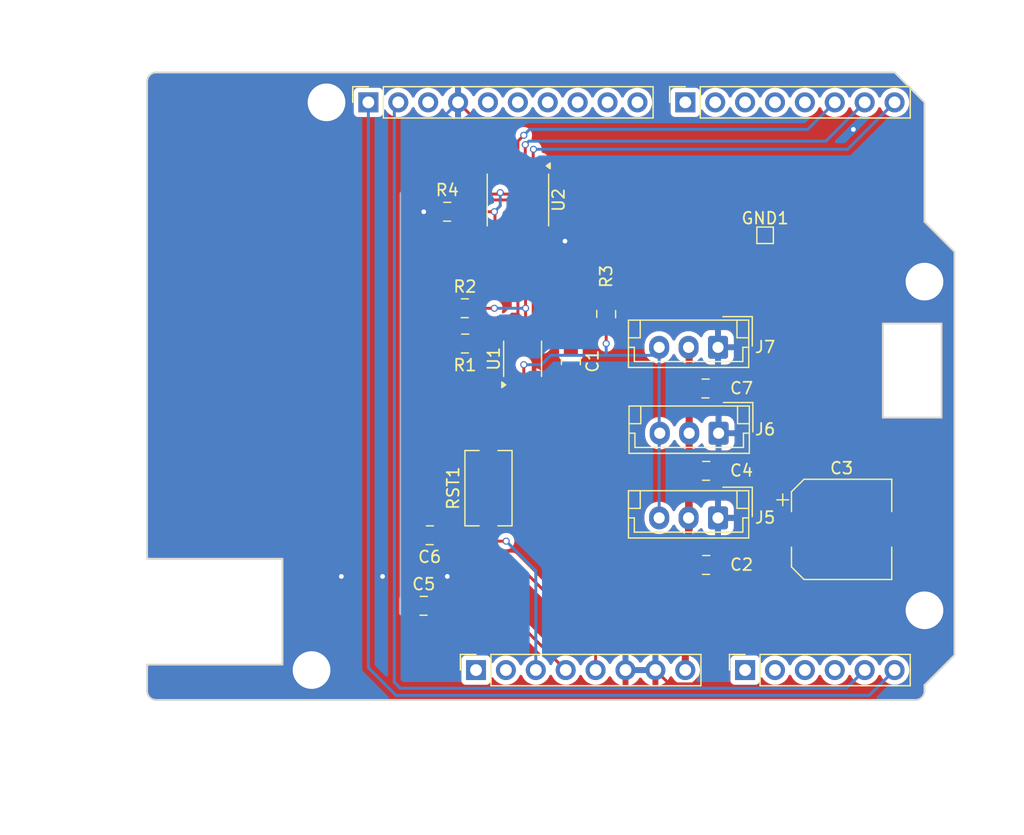
<source format=kicad_pcb>
(kicad_pcb (version 20240108) (generator "pcbnew") (generator_version "8.0")
  (title_block (date "mar. 31 mars 2015"))
  (layers (0 "F.Cu" signal) (31 "B.Cu" signal) (34 "B.Paste" user) (35 "F.Paste" user) (36 "B.SilkS" user "B.Silkscreen") (37 "F.SilkS" user "F.Silkscreen") (38 "B.Mask" user) (39 "F.Mask" user) (44 "Edge.Cuts" user))
  (net 0 "")
  (net 1 "GND")
  (net 3 "5v")
  (net 4 "/IOREF")
  (net 5 "/A0")
  (net 6 "/A1")
  (net 7 "/A2")
  (net 8 "/A3")
  (net 9 "/SDA{slash}A4")
  (net 10 "/SCL{slash}A5")
  (net 11 "/13")
  (net 12 "/12")
  (net 13 "/AREF")
  (net 14 "/8")
  (net 15 "/7")
  (net 16 "/*11")
  (net 17 "/*10")
  (net 18 "/*9")
  (net 19 "/4")
  (net 20 "DXL_PWR")
  (net 21 "/*6")
  (net 22 "/*5")
  (net 23 "TX_Enable_5v")
  (net 24 "/*3")
  (net 25 "TX5v")
  (net 26 "3.3v")
  (net 27 "RX5v")
  (net 28 "TXEnable3.3v")
  (net 29 "TX3.3v")
  (net 30 "RX3.3v")
  (net 32 "Net-(J5-Pin_3)")
  (net 33 "RST")
  (footprint "Connector_PinSocket_2.54mm:PinSocket_1x08_P2.54mm_Vertical" (layer "F.Cu") (at 127.94 97.46 90)
    (property "Reference" "J1" (hide yes))
    (property "Value" "Power")
    (fp_line (start 1.33 -1.33) (end 1.33 0) (stroke (width 0.12)) (layer "F.SilkS"))
    (fp_line (start 0 -1.33) (end 1.33 -1.33) (stroke (width 0.12)) (layer "F.SilkS"))
    (fp_line (start 1.33 1.27) (end 1.33 19.11) (stroke (width 0.12)) (layer "F.SilkS"))
    (fp_line (start -1.33 1.27) (end 1.33 1.27) (stroke (width 0.12)) (layer "F.SilkS"))
    (fp_line (start -1.33 1.27) (end -1.33 19.11) (stroke (width 0.12)) (layer "F.SilkS"))
    (fp_line (start -1.33 19.11) (end 1.33 19.11) (stroke (width 0.12)) (layer "F.SilkS"))
    (pad "1" thru_hole rect (at 0 0 90) (size 1.7 1.7) (drill 1) (layers "*.Cu" "*.Mask"))
    (pad "2" thru_hole oval (at 0 2.54 90) (size 1.7 1.7) (drill 1) (layers "*.Cu" "*.Mask") (net 4 "/IOREF"))
    (pad "3" thru_hole oval (at 0 5.08 90) (size 1.7 1.7) (drill 1) (layers "*.Cu" "*.Mask") (net 33 "RST"))
    (pad "4" thru_hole oval (at 0 7.62 90) (size 1.7 1.7) (drill 1) (layers "*.Cu" "*.Mask") (net 26 "3.3v"))
    (pad "5" thru_hole oval (at 0 10.16 90) (size 1.7 1.7) (drill 1) (layers "*.Cu" "*.Mask") (net 3 "5v"))
    (pad "6" thru_hole oval (at 0 12.7 90) (size 1.7 1.7) (drill 1) (layers "*.Cu" "*.Mask") (net 1 "GND"))
    (pad "7" thru_hole oval (at 0 15.24 90) (size 1.7 1.7) (drill 1) (layers "*.Cu" "*.Mask") (net 1 "GND"))
    (pad "8" thru_hole oval (at 0 17.78 90) (size 1.7 1.7) (drill 1) (layers "*.Cu" "*.Mask") (net 20 "DXL_PWR"))
  )
  (footprint "Connector_PinSocket_2.54mm:PinSocket_1x06_P2.54mm_Vertical" (layer "F.Cu") (at 150.8 97.46 90)
    (property "Reference" "J3" (hide yes))
    (property "Value" "Analog")
    (fp_line (start 1.33 -1.33) (end 1.33 0) (stroke (width 0.12)) (layer "F.SilkS"))
    (fp_line (start 0 -1.33) (end 1.33 -1.33) (stroke (width 0.12)) (layer "F.SilkS"))
    (fp_line (start 1.33 1.27) (end 1.33 14.03) (stroke (width 0.12)) (layer "F.SilkS"))
    (fp_line (start -1.33 1.27) (end 1.33 1.27) (stroke (width 0.12)) (layer "F.SilkS"))
    (fp_line (start -1.33 1.27) (end -1.33 14.03) (stroke (width 0.12)) (layer "F.SilkS"))
    (fp_line (start -1.33 14.03) (end 1.33 14.03) (stroke (width 0.12)) (layer "F.SilkS"))
    (pad "1" thru_hole rect (at 0 0 90) (size 1.7 1.7) (drill 1) (layers "*.Cu" "*.Mask") (net 5 "/A0"))
    (pad "2" thru_hole oval (at 0 2.54 90) (size 1.7 1.7) (drill 1) (layers "*.Cu" "*.Mask") (net 6 "/A1"))
    (pad "3" thru_hole oval (at 0 5.08 90) (size 1.7 1.7) (drill 1) (layers "*.Cu" "*.Mask") (net 7 "/A2"))
    (pad "4" thru_hole oval (at 0 7.62 90) (size 1.7 1.7) (drill 1) (layers "*.Cu" "*.Mask") (net 8 "/A3"))
    (pad "5" thru_hole oval (at 0 10.16 90) (size 1.7 1.7) (drill 1) (layers "*.Cu" "*.Mask") (net 9 "/SDA{slash}A4"))
    (pad "6" thru_hole oval (at 0 12.7 90) (size 1.7 1.7) (drill 1) (layers "*.Cu" "*.Mask") (net 10 "/SCL{slash}A5"))
  )
  (footprint "Connector_PinSocket_2.54mm:PinSocket_1x10_P2.54mm_Vertical" (layer "F.Cu") (at 118.796 49.2 90)
    (property "Reference" "J2" (hide yes))
    (property "Value" "Digital/PWM")
    (fp_line (start 1.33 -1.33) (end 1.33 0) (stroke (width 0.12)) (layer "F.SilkS"))
    (fp_line (start 0 -1.33) (end 1.33 -1.33) (stroke (width 0.12)) (layer "F.SilkS"))
    (fp_line (start 1.33 1.27) (end 1.33 24.19) (stroke (width 0.12)) (layer "F.SilkS"))
    (fp_line (start -1.33 1.27) (end 1.33 1.27) (stroke (width 0.12)) (layer "F.SilkS"))
    (fp_line (start -1.33 1.27) (end -1.33 24.19) (stroke (width 0.12)) (layer "F.SilkS"))
    (fp_line (start -1.33 24.19) (end 1.33 24.19) (stroke (width 0.12)) (layer "F.SilkS"))
    (pad "1" thru_hole rect (at 0 0 90) (size 1.7 1.7) (drill 1) (layers "*.Cu" "*.Mask") (net 10 "/SCL{slash}A5"))
    (pad "2" thru_hole oval (at 0 2.54 90) (size 1.7 1.7) (drill 1) (layers "*.Cu" "*.Mask") (net 9 "/SDA{slash}A4"))
    (pad "3" thru_hole oval (at 0 5.08 90) (size 1.7 1.7) (drill 1) (layers "*.Cu" "*.Mask") (net 13 "/AREF"))
    (pad "4" thru_hole oval (at 0 7.62 90) (size 1.7 1.7) (drill 1) (layers "*.Cu" "*.Mask") (net 1 "GND"))
    (pad "5" thru_hole oval (at 0 10.16 90) (size 1.7 1.7) (drill 1) (layers "*.Cu" "*.Mask") (net 11 "/13"))
    (pad "6" thru_hole oval (at 0 12.7 90) (size 1.7 1.7) (drill 1) (layers "*.Cu" "*.Mask") (net 12 "/12"))
    (pad "7" thru_hole oval (at 0 15.24 90) (size 1.7 1.7) (drill 1) (layers "*.Cu" "*.Mask") (net 16 "/*11"))
    (pad "8" thru_hole oval (at 0 17.78 90) (size 1.7 1.7) (drill 1) (layers "*.Cu" "*.Mask") (net 17 "/*10"))
    (pad "9" thru_hole oval (at 0 20.32 90) (size 1.7 1.7) (drill 1) (layers "*.Cu" "*.Mask") (net 18 "/*9"))
    (pad "10" thru_hole oval (at 0 22.86 90) (size 1.7 1.7) (drill 1) (layers "*.Cu" "*.Mask") (net 14 "/8"))
  )
  (footprint "Connector_PinSocket_2.54mm:PinSocket_1x08_P2.54mm_Vertical" (layer "F.Cu") (at 145.72 49.2 90)
    (property "Reference" "J4" (hide yes))
    (property "Value" "Digital/PWM")
    (fp_line (start 1.33 -1.33) (end 1.33 0) (stroke (width 0.12)) (layer "F.SilkS"))
    (fp_line (start 0 -1.33) (end 1.33 -1.33) (stroke (width 0.12)) (layer "F.SilkS"))
    (fp_line (start 1.33 1.27) (end 1.33 19.11) (stroke (width 0.12)) (layer "F.SilkS"))
    (fp_line (start -1.33 1.27) (end 1.33 1.27) (stroke (width 0.12)) (layer "F.SilkS"))
    (fp_line (start -1.33 1.27) (end -1.33 19.11) (stroke (width 0.12)) (layer "F.SilkS"))
    (fp_line (start -1.33 19.11) (end 1.33 19.11) (stroke (width 0.12)) (layer "F.SilkS"))
    (pad "1" thru_hole rect (at 0 0 90) (size 1.7 1.7) (drill 1) (layers "*.Cu" "*.Mask") (net 15 "/7"))
    (pad "2" thru_hole oval (at 0 2.54 90) (size 1.7 1.7) (drill 1) (layers "*.Cu" "*.Mask") (net 21 "/*6"))
    (pad "3" thru_hole oval (at 0 5.08 90) (size 1.7 1.7) (drill 1) (layers "*.Cu" "*.Mask") (net 22 "/*5"))
    (pad "4" thru_hole oval (at 0 7.62 90) (size 1.7 1.7) (drill 1) (layers "*.Cu" "*.Mask") (net 19 "/4"))
    (pad "5" thru_hole oval (at 0 10.16 90) (size 1.7 1.7) (drill 1) (layers "*.Cu" "*.Mask") (net 24 "/*3"))
    (pad "6" thru_hole oval (at 0 12.7 90) (size 1.7 1.7) (drill 1) (layers "*.Cu" "*.Mask") (net 28 "TXEnable3.3v"))
    (pad "7" thru_hole oval (at 0 15.24 90) (size 1.7 1.7) (drill 1) (layers "*.Cu" "*.Mask") (net 30 "RX3.3v"))
    (pad "8" thru_hole oval (at 0 17.78 90) (size 1.7 1.7) (drill 1) (layers "*.Cu" "*.Mask") (net 29 "TX3.3v"))
  )
  (footprint "Package_SO:TSSOP-14_4.4x5mm_P0.65mm" (layer "F.Cu") (at 131.5 57.5 -90)
    (property "Reference" "U2" (at 0 -3.45 90) (layer "F.SilkS"))
    (property "Value" "TXB0104PW")
    (fp_line (start 0 2.61) (end -2.2 2.61) (stroke (width 0.12)) (layer "F.SilkS"))
    (fp_line (start 0 2.61) (end 2.2 2.61) (stroke (width 0.12)) (layer "F.SilkS"))
    (fp_line (start 0 -2.61) (end -2.2 -2.61) (stroke (width 0.12)) (layer "F.SilkS"))
    (fp_line (start 0 -2.61) (end 2.2 -2.61) (stroke (width 0.12)) (layer "F.SilkS"))
    (fp_poly (pts (xy -2.9 -2.41) (xy -3.14 -2.74) (xy -2.66 -2.74) (xy -2.9 -2.41)) (stroke (width 0.12)) (fill solid) (layer "F.SilkS"))
    (pad "1" smd roundrect (at -2.8625 -1.95 270) (size 1.475 0.4) (layers "F.Cu" "F.Paste" "F.Mask") (net 26 "3.3v"))
    (pad "2" smd roundrect (at -2.8625 -1.3 270) (size 1.475 0.4) (layers "F.Cu" "F.Paste" "F.Mask") (net 29 "TX3.3v"))
    (pad "3" smd roundrect (at -2.8625 -0.65 270) (size 1.475 0.4) (layers "F.Cu" "F.Paste" "F.Mask") (net 30 "RX3.3v"))
    (pad "4" smd roundrect (at -2.8625 0 270) (size 1.475 0.4) (layers "F.Cu" "F.Paste" "F.Mask") (net 28 "TXEnable3.3v"))
    (pad "5" smd roundrect (at -2.8625 0.65 270) (size 1.475 0.4) (layers "F.Cu" "F.Paste" "F.Mask"))
    (pad "6" smd roundrect (at -2.8625 1.3 270) (size 1.475 0.4) (layers "F.Cu" "F.Paste" "F.Mask"))
    (pad "7" smd roundrect (at -2.8625 1.95 270) (size 1.475 0.4) (layers "F.Cu" "F.Paste" "F.Mask") (net 1 "GND"))
    (pad "8" smd roundrect (at 2.8625 1.95 270) (size 1.475 0.4) (layers "F.Cu" "F.Paste" "F.Mask") (net 26 "3.3v"))
    (pad "9" smd roundrect (at 2.8625 1.3 270) (size 1.475 0.4) (layers "F.Cu" "F.Paste" "F.Mask"))
    (pad "10" smd roundrect (at 2.8625 0.65 270) (size 1.475 0.4) (layers "F.Cu" "F.Paste" "F.Mask"))
    (pad "11" smd roundrect (at 2.8625 0 270) (size 1.475 0.4) (layers "F.Cu" "F.Paste" "F.Mask") (net 23 "TX_Enable_5v"))
    (pad "12" smd roundrect (at 2.8625 -0.65 270) (size 1.475 0.4) (layers "F.Cu" "F.Paste" "F.Mask") (net 27 "RX5v"))
    (pad "13" smd roundrect (at 2.8625 -1.3 270) (size 1.475 0.4) (layers "F.Cu" "F.Paste" "F.Mask") (net 25 "TX5v"))
    (pad "14" smd roundrect (at 2.8625 -1.95 270) (size 1.475 0.4) (layers "F.Cu" "F.Paste" "F.Mask") (net 3 "5v"))
  )
  (footprint "digikey-footprints:0805" (layer "F.Cu") (at 139 67.203664 -90)
    (property "Reference" "R3" (at -3.203664 0 90) (layer "F.SilkS"))
    (property "Value" "10k")
    (fp_line (start -0.32 0.8) (end 0.28 0.8) (stroke (width 0.12)) (layer "F.SilkS"))
    (fp_line (start -0.3 -0.8) (end 0.3 -0.8) (stroke (width 0.12)) (layer "F.SilkS"))
    (pad "1" smd rect (at -1.05 0 270) (size 1.2 1.2) (layers "F.Cu" "F.Paste" "F.Mask") (net 3 "5v"))
    (pad "2" smd rect (at 1.05 0 270) (size 1.2 1.2) (layers "F.Cu" "F.Paste" "F.Mask") (net 32 "Net-(J5-Pin_3)"))
  )
  (footprint "digikey-footprints:0805" (layer "F.Cu") (at 123.5 92)
    (property "Reference" "C5" (at 0 -1.84 0) (layer "F.SilkS"))
    (property "Value" ".1uf")
    (fp_line (start -0.32 0.8) (end 0.28 0.8) (stroke (width 0.12)) (layer "F.SilkS"))
    (fp_line (start -0.3 -0.8) (end 0.3 -0.8) (stroke (width 0.12)) (layer "F.SilkS"))
    (pad "1" smd rect (at -1.05 0) (size 1.2 1.2) (layers "F.Cu" "F.Paste" "F.Mask") (net 26 "3.3v"))
    (pad "2" smd rect (at 1.05 0) (size 1.2 1.2) (layers "F.Cu" "F.Paste" "F.Mask") (net 1 "GND"))
  )
  (footprint "Connector_JST:JST_EH_B3B-EH-A_1x03_P2.50mm_Vertical" (layer "F.Cu") (at 148.5 70.025 180)
    (property "Reference" "J7" (at -4 0.025 0) (layer "F.SilkS"))
    (property "Value" "Conn_01x03_Socket")
    (fp_line (start 7.61 2.31) (end 7.61 -1.71) (stroke (width 0.12)) (layer "F.SilkS"))
    (fp_line (start 7.61 0.81) (end 6.61 0.81) (stroke (width 0.12)) (layer "F.SilkS"))
    (fp_line (start 7.61 -1.71) (end -2.61 -1.71) (stroke (width 0.12)) (layer "F.SilkS"))
    (fp_line (start 7.11 0) (end 7.61 0) (stroke (width 0.12)) (layer "F.SilkS"))
    (fp_line (start 7.11 -1.21) (end 7.11 0) (stroke (width 0.12)) (layer "F.SilkS"))
    (fp_line (start 6.61 0.81) (end 6.61 2.31) (stroke (width 0.12)) (layer "F.SilkS"))
    (fp_line (start -1.61 0.81) (end -1.61 2.31) (stroke (width 0.12)) (layer "F.SilkS"))
    (fp_line (start -2.11 0) (end -2.11 -1.21) (stroke (width 0.12)) (layer "F.SilkS"))
    (fp_line (start -2.11 -1.21) (end 7.11 -1.21) (stroke (width 0.12)) (layer "F.SilkS"))
    (fp_line (start -2.61 2.31) (end 7.61 2.31) (stroke (width 0.12)) (layer "F.SilkS"))
    (fp_line (start -2.61 0.81) (end -1.61 0.81) (stroke (width 0.12)) (layer "F.SilkS"))
    (fp_line (start -2.61 0) (end -2.11 0) (stroke (width 0.12)) (layer "F.SilkS"))
    (fp_line (start -2.61 -1.71) (end -2.61 2.31) (stroke (width 0.12)) (layer "F.SilkS"))
    (fp_line (start -2.91 2.61) (end -0.41 2.61) (stroke (width 0.12)) (layer "F.SilkS"))
    (fp_line (start -2.91 0.11) (end -2.91 2.61) (stroke (width 0.12)) (layer "F.SilkS"))
    (pad "1" thru_hole roundrect (at 0 0 180) (size 1.7 1.95) (drill 0.95) (layers "*.Cu" "*.Mask") (roundrect_rratio 0.147059) (net 1 "GND"))
    (pad "2" thru_hole oval (at 2.5 0 180) (size 1.7 1.95) (drill 0.95) (layers "*.Cu" "*.Mask") (net 20 "DXL_PWR"))
    (pad "3" thru_hole oval (at 5 0 180) (size 1.7 1.95) (drill 0.95) (layers "*.Cu" "*.Mask") (net 32 "Net-(J5-Pin_3)"))
  )
  (footprint "digikey-footprints:0805" (layer "F.Cu") (at 127 69.703664 180)
    (property "Reference" "R1" (at 0 -1.84 0) (layer "F.SilkS"))
    (property "Value" "10k")
    (fp_line (start -0.3 -0.8) (end 0.3 -0.8) (stroke (width 0.12)) (layer "F.SilkS"))
    (fp_line (start -0.32 0.8) (end 0.28 0.8) (stroke (width 0.12)) (layer "F.SilkS"))
    (pad "1" smd rect (at -1.05 0 180) (size 1.2 1.2) (layers "F.Cu" "F.Paste" "F.Mask") (net 23 "TX_Enable_5v"))
    (pad "2" smd rect (at 1.05 0 180) (size 1.2 1.2) (layers "F.Cu" "F.Paste" "F.Mask") (net 1 "GND"))
  )
  (footprint "digikey-footprints:0805" (layer "F.Cu") (at 147.5 88.525)
    (property "Reference" "C2" (at 3 -0.025 0) (layer "F.SilkS"))
    (property "Value" ".1uf")
    (fp_line (start -0.32 0.8) (end 0.28 0.8) (stroke (width 0.12)) (layer "F.SilkS"))
    (fp_line (start -0.3 -0.8) (end 0.3 -0.8) (stroke (width 0.12)) (layer "F.SilkS"))
    (pad "1" smd rect (at -1.05 0) (size 1.2 1.2) (layers "F.Cu" "F.Paste" "F.Mask") (net 20 "DXL_PWR"))
    (pad "2" smd rect (at 1.05 0) (size 1.2 1.2) (layers "F.Cu" "F.Paste" "F.Mask") (net 1 "GND"))
  )
  (footprint "TestPoint:TestPoint_Pad_1.0x1.0mm" (layer "F.Cu") (at 152.5 60.5)
    (property "Reference" "GND1" (at 0 -1.448 0) (layer "F.SilkS"))
    (property "Value" "TestPoint_Probe")
    (fp_line (start -0.7 -0.7) (end 0.7 -0.7) (stroke (width 0.12)) (layer "F.SilkS"))
    (fp_line (start -0.7 0.7) (end -0.7 -0.7) (stroke (width 0.12)) (layer "F.SilkS"))
    (fp_line (start 0.7 -0.7) (end 0.7 0.7) (stroke (width 0.12)) (layer "F.SilkS"))
    (fp_line (start 0.7 0.7) (end -0.7 0.7) (stroke (width 0.12)) (layer "F.SilkS"))
    (pad "1" smd rect (at 0 0) (size 1 1) (layers "F.Cu" "F.Mask") (net 1 "GND"))
  )
  (footprint "Arduino_MountingHole:MountingHole_3.2mm" (layer "F.Cu") (at 115.24 49.2)
    (property "Reference" "MH1" (hide yes))
    (property "Value" "MountingHole_3.2mm" (hide yes))
    (pad "" np_thru_hole circle (at 0 0) (size 3.2 3.2) (drill 3.2) (layers "*.Cu" "*.Mask"))
  )
  (footprint "Capacitor_SMD:CP_Elec_8x6.2" (layer "F.Cu") (at 159 85.5)
    (property "Reference" "C3" (at 0 -5.2 0) (layer "F.SilkS"))
    (property "Value" "C")
    (fp_line (start -5.5 -2.51) (end -4.5 -2.51) (stroke (width 0.12)) (layer "F.SilkS"))
    (fp_line (start -5 -3.01) (end -5 -2.01) (stroke (width 0.12)) (layer "F.SilkS"))
    (fp_line (start -4.26 -3.195563) (end -4.26 -1.51) (stroke (width 0.12)) (layer "F.SilkS"))
    (fp_line (start -4.26 -3.195563) (end -3.195563 -4.26) (stroke (width 0.12)) (layer "F.SilkS"))
    (fp_line (start -4.26 3.195563) (end -4.26 1.51) (stroke (width 0.12)) (layer "F.SilkS"))
    (fp_line (start -4.26 3.195563) (end -3.195563 4.26) (stroke (width 0.12)) (layer "F.SilkS"))
    (fp_line (start -3.195563 -4.26) (end 4.26 -4.26) (stroke (width 0.12)) (layer "F.SilkS"))
    (fp_line (start -3.195563 4.26) (end 4.26 4.26) (stroke (width 0.12)) (layer "F.SilkS"))
    (fp_line (start 4.26 -4.26) (end 4.26 -1.51) (stroke (width 0.12)) (layer "F.SilkS"))
    (fp_line (start 4.26 4.26) (end 4.26 1.51) (stroke (width 0.12)) (layer "F.SilkS"))
    (pad "1" smd roundrect (at -3.05 0) (size 4 2.5) (layers "F.Cu" "F.Paste" "F.Mask") (roundrect_rratio 0.1) (net 20 "DXL_PWR"))
    (pad "2" smd roundrect (at 3.05 0) (size 4 2.5) (layers "F.Cu" "F.Paste" "F.Mask") (roundrect_rratio 0.1) (net 1 "GND"))
  )
  (footprint "Connector_JST:JST_EH_B3B-EH-A_1x03_P2.50mm_Vertical" (layer "F.Cu") (at 148.5 84.525 180)
    (property "Reference" "J5" (at -4 0.025 0) (layer "F.SilkS"))
    (property "Value" "Conn_01x03_Socket")
    (fp_line (start 7.61 2.31) (end 7.61 -1.71) (stroke (width 0.12)) (layer "F.SilkS"))
    (fp_line (start 7.61 0.81) (end 6.61 0.81) (stroke (width 0.12)) (layer "F.SilkS"))
    (fp_line (start 7.61 -1.71) (end -2.61 -1.71) (stroke (width 0.12)) (layer "F.SilkS"))
    (fp_line (start 7.11 0) (end 7.61 0) (stroke (width 0.12)) (layer "F.SilkS"))
    (fp_line (start 7.11 -1.21) (end 7.11 0) (stroke (width 0.12)) (layer "F.SilkS"))
    (fp_line (start 6.61 0.81) (end 6.61 2.31) (stroke (width 0.12)) (layer "F.SilkS"))
    (fp_line (start -1.61 0.81) (end -1.61 2.31) (stroke (width 0.12)) (layer "F.SilkS"))
    (fp_line (start -2.11 0) (end -2.11 -1.21) (stroke (width 0.12)) (layer "F.SilkS"))
    (fp_line (start -2.11 -1.21) (end 7.11 -1.21) (stroke (width 0.12)) (layer "F.SilkS"))
    (fp_line (start -2.61 2.31) (end 7.61 2.31) (stroke (width 0.12)) (layer "F.SilkS"))
    (fp_line (start -2.61 0.81) (end -1.61 0.81) (stroke (width 0.12)) (layer "F.SilkS"))
    (fp_line (start -2.61 0) (end -2.11 0) (stroke (width 0.12)) (layer "F.SilkS"))
    (fp_line (start -2.61 -1.71) (end -2.61 2.31) (stroke (width 0.12)) (layer "F.SilkS"))
    (fp_line (start -2.91 2.61) (end -0.41 2.61) (stroke (width 0.12)) (layer "F.SilkS"))
    (fp_line (start -2.91 0.11) (end -2.91 2.61) (stroke (width 0.12)) (layer "F.SilkS"))
    (pad "1" thru_hole roundrect (at 0 0 180) (size 1.7 1.95) (drill 0.95) (layers "*.Cu" "*.Mask") (roundrect_rratio 0.147059) (net 1 "GND"))
    (pad "2" thru_hole oval (at 2.5 0 180) (size 1.7 1.95) (drill 0.95) (layers "*.Cu" "*.Mask") (net 20 "DXL_PWR"))
    (pad "3" thru_hole oval (at 5 0 180) (size 1.7 1.95) (drill 0.95) (layers "*.Cu" "*.Mask") (net 32 "Net-(J5-Pin_3)"))
  )
  (footprint "digikey-footprints:0805" (layer "F.Cu") (at 136 71.203664 -90)
    (property "Reference" "C1" (at 0 -1.84 90) (layer "F.SilkS"))
    (property "Value" ".1uf")
    (fp_line (start -0.32 0.8) (end 0.28 0.8) (stroke (width 0.12)) (layer "F.SilkS"))
    (fp_line (start -0.3 -0.8) (end 0.3 -0.8) (stroke (width 0.12)) (layer "F.SilkS"))
    (pad "1" smd rect (at -1.05 0 270) (size 1.2 1.2) (layers "F.Cu" "F.Paste" "F.Mask") (net 3 "5v"))
    (pad "2" smd rect (at 1.05 0 270) (size 1.2 1.2) (layers "F.Cu" "F.Paste" "F.Mask") (net 1 "GND"))
  )
  (footprint "Button_Switch_SMD:SW_Tactile_SPST_NO_Straight_CK_PTS636Sx25SMTRLFS" (layer "F.Cu") (at 129 82 90)
    (property "Reference" "RST1" (at 0 -3 90) (layer "F.SilkS"))
    (property "Value" "SW_Push")
    (fp_line (start 3.2 -2) (end -3.2 -2) (stroke (width 0.12)) (layer "F.SilkS"))
    (fp_line (start -3.2 -2) (end -3.2 -0.8) (stroke (width 0.12)) (layer "F.SilkS"))
    (fp_line (start 3.2 -0.8) (end 3.2 -2) (stroke (width 0.12)) (layer "F.SilkS"))
    (fp_line (start -3.2 0.8) (end -3.2 2) (stroke (width 0.12)) (layer "F.SilkS"))
    (fp_line (start 3.2 2) (end 3.2 0.8) (stroke (width 0.12)) (layer "F.SilkS"))
    (fp_line (start -3.2 2) (end 3.2 2) (stroke (width 0.12)) (layer "F.SilkS"))
    (pad "1" smd rect (at -3.875 0 90) (size 1.25 1) (layers "F.Cu" "F.Paste" "F.Mask") (net 33 "RST"))
    (pad "2" smd rect (at 3.875 0 90) (size 1.25 1) (layers "F.Cu" "F.Paste" "F.Mask") (net 1 "GND"))
  )
  (footprint "digikey-footprints:0805" (layer "F.Cu") (at 125.5 58.5)
    (property "Reference" "R4" (at 0 -1.84 0) (layer "F.SilkS"))
    (property "Value" "10k")
    (fp_line (start -0.32 0.8) (end 0.28 0.8) (stroke (width 0.12)) (layer "F.SilkS"))
    (fp_line (start -0.3 -0.8) (end 0.3 -0.8) (stroke (width 0.12)) (layer "F.SilkS"))
    (pad "1" smd rect (at -1.05 0) (size 1.2 1.2) (layers "F.Cu" "F.Paste" "F.Mask") (net 1 "GND"))
    (pad "2" smd rect (at 1.05 0) (size 1.2 1.2) (layers "F.Cu" "F.Paste" "F.Mask") (net 26 "3.3v"))
  )
  (footprint "digikey-footprints:0805" (layer "F.Cu") (at 147.5 80.525)
    (property "Reference" "C4" (at 3 -0.025 0) (layer "F.SilkS"))
    (property "Value" ".1uf")
    (fp_line (start -0.32 0.8) (end 0.28 0.8) (stroke (width 0.12)) (layer "F.SilkS"))
    (fp_line (start -0.3 -0.8) (end 0.3 -0.8) (stroke (width 0.12)) (layer "F.SilkS"))
    (pad "1" smd rect (at -1.05 0) (size 1.2 1.2) (layers "F.Cu" "F.Paste" "F.Mask") (net 20 "DXL_PWR"))
    (pad "2" smd rect (at 1.05 0) (size 1.2 1.2) (layers "F.Cu" "F.Paste" "F.Mask") (net 1 "GND"))
  )
  (footprint "Package_SO:MSOP-8_3x3mm_P0.65mm" (layer "F.Cu") (at 131.896313 71 90)
    (property "Reference" "U1" (at 0 -2.45 90) (layer "F.SilkS"))
    (property "Value" "74LVC2G241")
    (fp_line (start 0 -1.61) (end 1.5 -1.61) (stroke (width 0.12)) (layer "F.SilkS"))
    (fp_line (start 0 -1.61) (end -1.5 -1.61) (stroke (width 0.12)) (layer "F.SilkS"))
    (fp_line (start 0 1.61) (end 1.5 1.61) (stroke (width 0.12)) (layer "F.SilkS"))
    (fp_line (start 0 1.61) (end -1.5 1.61) (stroke (width 0.12)) (layer "F.SilkS"))
    (fp_poly (pts (xy -2.2125 -1.435) (xy -2.4525 -1.765) (xy -1.9725 -1.765) (xy -2.2125 -1.435)) (stroke (width 0.12)) (fill solid) (layer "F.SilkS"))
    (pad "1" smd roundrect (at -2.1125 -0.975 90) (size 1.625 0.4) (layers "F.Cu" "F.Paste" "F.Mask") (net 23 "TX_Enable_5v"))
    (pad "2" smd roundrect (at -2.1125 -0.325 90) (size 1.625 0.4) (layers "F.Cu" "F.Paste" "F.Mask") (net 32 "Net-(J5-Pin_3)"))
    (pad "3" smd roundrect (at -2.1125 0.325 90) (size 1.625 0.4) (layers "F.Cu" "F.Paste" "F.Mask") (net 32 "Net-(J5-Pin_3)"))
    (pad "4" smd roundrect (at -2.1125 0.975 90) (size 1.625 0.4) (layers "F.Cu" "F.Paste" "F.Mask") (net 1 "GND"))
    (pad "5" smd roundrect (at 2.1125 0.975 90) (size 1.625 0.4) (layers "F.Cu" "F.Paste" "F.Mask") (net 25 "TX5v"))
    (pad "6" smd roundrect (at 2.1125 0.325 90) (size 1.625 0.4) (layers "F.Cu" "F.Paste" "F.Mask") (net 27 "RX5v"))
    (pad "7" smd roundrect (at 2.1125 -0.325 90) (size 1.625 0.4) (layers "F.Cu" "F.Paste" "F.Mask") (net 23 "TX_Enable_5v"))
    (pad "8" smd roundrect (at 2.1125 -0.975 90) (size 1.625 0.4) (layers "F.Cu" "F.Paste" "F.Mask") (net 3 "5v"))
  )
  (footprint "digikey-footprints:0805" (layer "F.Cu") (at 147.45 73.525)
    (property "Reference" "C7" (at 3.05 -0.025 0) (layer "F.SilkS"))
    (property "Value" ".1uf")
    (fp_line (start -0.32 0.8) (end 0.28 0.8) (stroke (width 0.12)) (layer "F.SilkS"))
    (fp_line (start -0.3 -0.8) (end 0.3 -0.8) (stroke (width 0.12)) (layer "F.SilkS"))
    (pad "1" smd rect (at -1.05 0) (size 1.2 1.2) (layers "F.Cu" "F.Paste" "F.Mask") (net 20 "DXL_PWR"))
    (pad "2" smd rect (at 1.05 0) (size 1.2 1.2) (layers "F.Cu" "F.Paste" "F.Mask") (net 1 "GND"))
  )
  (footprint "Connector_JST:JST_EH_B3B-EH-A_1x03_P2.50mm_Vertical" (layer "F.Cu") (at 148.55 77.325 180)
    (property "Reference" "J6" (at -3.95 0.325 0) (layer "F.SilkS"))
    (property "Value" "Conn_01x03_Socket")
    (fp_line (start 7.61 2.31) (end 7.61 -1.71) (stroke (width 0.12)) (layer "F.SilkS"))
    (fp_line (start 7.61 0.81) (end 6.61 0.81) (stroke (width 0.12)) (layer "F.SilkS"))
    (fp_line (start 7.61 -1.71) (end -2.61 -1.71) (stroke (width 0.12)) (layer "F.SilkS"))
    (fp_line (start 7.11 0) (end 7.61 0) (stroke (width 0.12)) (layer "F.SilkS"))
    (fp_line (start 7.11 -1.21) (end 7.11 0) (stroke (width 0.12)) (layer "F.SilkS"))
    (fp_line (start 6.61 0.81) (end 6.61 2.31) (stroke (width 0.12)) (layer "F.SilkS"))
    (fp_line (start -1.61 0.81) (end -1.61 2.31) (stroke (width 0.12)) (layer "F.SilkS"))
    (fp_line (start -2.11 0) (end -2.11 -1.21) (stroke (width 0.12)) (layer "F.SilkS"))
    (fp_line (start -2.11 -1.21) (end 7.11 -1.21) (stroke (width 0.12)) (layer "F.SilkS"))
    (fp_line (start -2.61 2.31) (end 7.61 2.31) (stroke (width 0.12)) (layer "F.SilkS"))
    (fp_line (start -2.61 0.81) (end -1.61 0.81) (stroke (width 0.12)) (layer "F.SilkS"))
    (fp_line (start -2.61 0) (end -2.11 0) (stroke (width 0.12)) (layer "F.SilkS"))
    (fp_line (start -2.61 -1.71) (end -2.61 2.31) (stroke (width 0.12)) (layer "F.SilkS"))
    (fp_line (start -2.91 2.61) (end -0.41 2.61) (stroke (width 0.12)) (layer "F.SilkS"))
    (fp_line (start -2.91 0.11) (end -2.91 2.61) (stroke (width 0.12)) (layer "F.SilkS"))
    (pad "1" thru_hole roundrect (at 0 0 180) (size 1.7 1.95) (drill 0.95) (layers "*.Cu" "*.Mask") (roundrect_rratio 0.147059) (net 1 "GND"))
    (pad "2" thru_hole oval (at 2.5 0 180) (size 1.7 1.95) (drill 0.95) (layers "*.Cu" "*.Mask") (net 20 "DXL_PWR"))
    (pad "3" thru_hole oval (at 5 0 180) (size 1.7 1.95) (drill 0.95) (layers "*.Cu" "*.Mask") (net 32 "Net-(J5-Pin_3)"))
  )
  (footprint "Arduino_MountingHole:MountingHole_3.2mm" (layer "F.Cu") (at 113.97 97.46)
    (property "Reference" "MH2" (hide yes))
    (property "Value" "MountingHole_3.2mm" (hide yes))
    (pad "" np_thru_hole circle (at 0 0) (size 3.2 3.2) (drill 3.2) (layers "*.Cu" "*.Mask"))
  )
  (footprint "digikey-footprints:0805" (layer "F.Cu") (at 127 66.703664)
    (property "Reference" "R2" (at 0 -1.84 0) (layer "F.SilkS"))
    (property "Value" "10k")
    (fp_line (start -0.32 0.8) (end 0.28 0.8) (stroke (width 0.12)) (layer "F.SilkS"))
    (fp_line (start -0.3 -0.8) (end 0.3 -0.8) (stroke (width 0.12)) (layer "F.SilkS"))
    (pad "1" smd rect (at -1.05 0) (size 1.2 1.2) (layers "F.Cu" "F.Paste" "F.Mask") (net 3 "5v"))
    (pad "2" smd rect (at 1.05 0) (size 1.2 1.2) (layers "F.Cu" "F.Paste" "F.Mask") (net 27 "RX5v"))
  )
  (footprint "digikey-footprints:0805" (layer "F.Cu") (at 124 86 180)
    (property "Reference" "C6" (at 0 -1.84 0) (layer "F.SilkS"))
    (property "Value" ".1uf")
    (fp_line (start -0.3 -0.8) (end 0.3 -0.8) (stroke (width 0.12)) (layer "F.SilkS"))
    (fp_line (start -0.32 0.8) (end 0.28 0.8) (stroke (width 0.12)) (layer "F.SilkS"))
    (pad "1" smd rect (at -1.05 0 180) (size 1.2 1.2) (layers "F.Cu" "F.Paste" "F.Mask") (net 1 "GND"))
    (pad "2" smd rect (at 1.05 0 180) (size 1.2 1.2) (layers "F.Cu" "F.Paste" "F.Mask") (net 3 "5v"))
  )
  (footprint "Arduino_MountingHole:MountingHole_3.2mm" (layer "F.Cu") (at 166.04 64.44)
    (property "Reference" "MH3" (hide yes))
    (property "Value" "MountingHole_3.2mm" (hide yes))
    (pad "" np_thru_hole circle (at 0 0) (size 3.2 3.2) (drill 3.2) (layers "*.Cu" "*.Mask"))
  )
  (footprint "Arduino_MountingHole:MountingHole_3.2mm" (layer "F.Cu") (at 166.04 92.38)
    (property "Reference" "MH4" (hide yes))
    (property "Value" "MountingHole_3.2mm" (hide yes))
    (pad "" np_thru_hole circle (at 0 0) (size 3.2 3.2) (drill 3.2) (layers "*.Cu" "*.Mask"))
  )
  (gr_line (start 166.04 59.36) (end 168.58 61.9) (stroke (width 0.15)) (layer "Edge.Cuts"))
  (gr_line (start 111.5 97) (end 100 97) (stroke (width 0.15)) (layer "Edge.Cuts"))
  (gr_line (start 167.5 68) (end 162.5 68) (stroke (width 0.15)) (layer "Edge.Cuts"))
  (gr_line (start 167.5 76) (end 167.5 68) (stroke (width 0.15)) (layer "Edge.Cuts"))
  (gr_line (start 100 88) (end 100 47.422) (stroke (width 0.15)) (layer "Edge.Cuts"))
  (gr_line (start 100 88) (end 111.5 88) (stroke (width 0.15)) (layer "Edge.Cuts"))
  (gr_line (start 168.58 61.9) (end 168.58 96.19) (stroke (width 0.15)) (layer "Edge.Cuts"))
  (gr_line (start 111.5 88) (end 111.5 97) (stroke (width 0.15)) (layer "Edge.Cuts"))
  (gr_line (start 100 97) (end 100 99.238) (stroke (width 0.15)) (layer "Edge.Cuts"))
  (gr_line (start 165.278 100) (end 100.762 100) (stroke (width 0.15)) (layer "Edge.Cuts"))
  (gr_line (start 100.762 46.66) (end 163.5 46.66) (stroke (width 0.15)) (layer "Edge.Cuts"))
  (gr_arc (start 100.762 100) (mid 100.223185 99.776815) (end 100 99.238) (stroke (width 0.15)) (layer "Edge.Cuts"))
  (gr_line (start 168.58 96.19) (end 166.04 98.73) (stroke (width 0.15)) (layer "Edge.Cuts"))
  (gr_line (start 163.5 46.66) (end 166.04 49.2) (stroke (width 0.15)) (layer "Edge.Cuts"))
  (gr_arc (start 166.04 99.238) (mid 165.816815 99.776815) (end 165.278 100) (stroke (width 0.15)) (layer "Edge.Cuts"))
  (gr_line (start 162.5 68) (end 162.5 76) (stroke (width 0.15)) (layer "Edge.Cuts"))
  (gr_line (start 166.04 49.2) (end 166.04 59.36) (stroke (width 0.15)) (layer "Edge.Cuts"))
  (gr_line (start 166.04 98.73) (end 166.04 99.238) (stroke (width 0.15)) (layer "Edge.Cuts"))
  (gr_line (start 162.5 76) (end 167.5 76) (stroke (width 0.15)) (layer "Edge.Cuts"))
  (gr_arc (start 100 47.422) (mid 100.223185 46.883185) (end 100.762 46.66) (stroke (width 0.15)) (layer "Edge.Cuts"))
  (segment (start 132.80156 73.5) (end 132.80156 83.80156) (width 0.25) (layer "F.Cu") (net 1))
  (segment (start 140.64 97.46) (end 143.18 97.46) (width 0.25) (layer "F.Cu") (net 1))
  (segment (start 132.80156 73.5) (end 134.047896 72.253664) (width 0.25) (layer "F.Cu") (net 1))
  (segment (start 151.75 93.25) (end 154.3 93.25) (width 0.25) (layer "F.Cu") (net 1))
  (segment (start 140.64 91.64) (end 140.64 97.46) (width 0.25) (layer "F.Cu") (net 1))
  (segment (start 146.365 98.635) (end 151.75 93.25) (width 0.25) (layer "F.Cu") (net 1))
  (segment (start 134.047896 72.253664) (end 136 72.253664) (width 0.25) (layer "F.Cu") (net 1))
  (segment (start 124.45 58.5) (end 123.5 58.5) (width 0.25) (layer "F.Cu") (net 1))
  (segment (start 148.5 73.025) (end 148.5 69.825) (width 0.25) (layer "F.Cu") (net 1))
  (segment (start 132.80156 83.80156) (end 140.64 91.64) (width 0.25) (layer "F.Cu") (net 1))
  (segment (start 148.5675 85.025) (end 148.5675 72.2425) (width 0.25) (layer "F.Cu") (net 1))
  (segment (start 126.416 49.2) (end 129.55 52.334) (width 0.25) (layer "F.Cu") (net 1))
  (segment (start 154.3 93.25) (end 162.05 85.5) (width 0.25) (layer "F.Cu") (net 1))
  (segment (start 144.355 98.635) (end 146.365 98.635) (width 0.25) (layer "F.Cu") (net 1))
  (segment (start 143.18 97.46) (end 144.355 98.635) (width 0.25) (layer "F.Cu") (net 1))
  (segment (start 129.55 52.334) (end 129.55 54.6375) (width 0.25) (layer "F.Cu") (net 1))
  (segment (start 148.5 88.425) (end 148.5 84.525) (width 0.25) (layer "F.Cu") (net 1))
  (via (at 116.5 89.5) (size 0.6) (drill 0.4) (layers "F.Cu" "B.Cu") (net 1))
  (via (at 123.5 58.5) (size 0.6) (drill 0.4) (layers "F.Cu" "B.Cu") (net 1))
  (via (at 160 51.5) (size 0.6) (drill 0.4) (layers "F.Cu" "B.Cu") (net 1))
  (via (at 125.5 89.5) (size 0.6) (drill 0.4) (layers "F.Cu" "B.Cu") (net 1))
  (via (at 120 89.5) (size 0.6) (drill 0.4) (layers "F.Cu" "B.Cu") (net 1))
  (via (at 135.5 61) (size 0.6) (drill 0.4) (layers "F.Cu" "B.Cu") (net 1))
  (segment (start 123.5 58.5) (end 123.5 52.116) (width 0.25) (layer "B.Cu") (net 1))
  (segment (start 123.5 52.116) (end 126.416 49.2) (width 0.25) (layer "B.Cu") (net 1))
  (segment (start 125.95 66.703664) (end 122.5 66.703664) (width 0.25) (layer "F.Cu") (net 3))
  (segment (start 137.525 65) (end 137.525 60.975) (width 0.25) (layer "F.Cu") (net 3))
  (segment (start 133.45 59.625001) (end 133.45 60.3625) (width 0.25) (layer "F.Cu") (net 3))
  (segment (start 138.1 97.46) (end 138.1 95.1) (width 0.25) (layer "F.Cu") (net 3))
  (segment (start 122.5 57.5) (end 131 57.5) (width 0.25) (layer "F.Cu") (net 3))
  (segment (start 131 57.5) (end 131.324999 57.5) (width 0.25) (layer "F.Cu") (net 3))
  (segment (start 131 88) (end 122.5 88) (width 0.25) (layer "F.Cu") (net 3))
  (segment (start 133.678664 70.025) (end 136 67.703664) (width 0.25) (layer "F.Cu") (net 3))
  (segment (start 137.525 64.678664) (end 139 66.153664) (width 0.25) (layer "F.Cu") (net 3))
  (segment (start 136 70.153664) (end 136 67.703664) (width 0.25) (layer "F.Cu") (net 3))
  (segment (start 137.525 65) (end 137.525 64.678664) (width 0.25) (layer "F.Cu") (net 3))
  (segment (start 134.05 57.5) (end 137.525 60.975) (width 0.25) (layer "F.Cu") (net 3))
  (segment (start 131.246314 70.025) (end 133.678664 70.025) (width 0.25) (layer "F.Cu") (net 3))
  (segment (start 136 67.703664) (end 137.525 66.178664) (width 0.25) (layer "F.Cu") (net 3))
  (segment (start 122.5 88) (end 122.5 57.5) (width 0.25) (layer "F.Cu") (net 3))
  (segment (start 131.324999 57.5) (end 133.45 59.625001) (width 0.25) (layer "F.Cu") (net 3))
  (segment (start 131 57.5) (end 134.05 57.5) (width 0.25) (layer "F.Cu") (net 3))
  (segment (start 138.1 95.1) (end 131 88) (width 0.25) (layer "F.Cu") (net 3))
  (segment (start 130.921313 69.699999) (end 131.246314 70.025) (width 0.25) (layer "F.Cu") (net 3))
  (segment (start 137.525 66.178664) (end 137.525 65) (width 0.25) (layer "F.Cu") (net 3))
  (segment (start 130.921313 68.8875) (end 130.921313 69.699999) (width 0.25) (layer "F.Cu") (net 3))
  (segment (start 121.5 99) (end 121 98.5) (width 0.25) (layer "B.Cu") (net 9))
  (segment (start 121 98.5) (end 121 49.536) (width 0.25) (layer "B.Cu") (net 9))
  (segment (start 159.42 99) (end 121.5 99) (width 0.25) (layer "B.Cu") (net 9))
  (segment (start 160.96 97.46) (end 159.42 99) (width 0.25) (layer "B.Cu") (net 9))
  (segment (start 161.346 99.614) (end 121.149604 99.614) (width 0.25) (layer "B.Cu") (net 10))
  (segment (start 121.149604 99.614) (end 118.796 97.260396) (width 0.25) (layer "B.Cu") (net 10))
  (segment (start 118.796 97.260396) (end 118.796 49.2) (width 0.25) (layer "B.Cu") (net 10))
  (segment (start 163.5 97.46) (end 161.346 99.614) (width 0.25) (layer "B.Cu") (net 10))
  (segment (start 146 85.025) (end 146 85.525) (width 0.6) (layer "F.Cu") (net 20))
  (segment (start 145.72 90.5) (end 145.72 97.46) (width 0.6) (layer "F.Cu") (net 20))
  (segment (start 146 88.525) (end 146 84.525) (width 0.6) (layer "F.Cu") (net 20))
  (segment (start 146 90) (end 145.72 90.28) (width 0.6) (layer "F.Cu") (net 20))
  (segment (start 146 85.525) (end 146.05 85.475) (width 0.6) (layer "F.Cu") (net 20))
  (segment (start 150.95 90.5) (end 155.95 85.5) (width 0.6) (layer "F.Cu") (net 20))
  (segment (start 146 81) (end 146 90) (width 0.6) (layer "F.Cu") (net 20))
  (segment (start 145.72 90.28) (end 145.72 90.5) (width 0.6) (layer "F.Cu") (net 20))
  (segment (start 146.05 80.525) (end 146.05 78.025) (width 0.6) (layer "F.Cu") (net 20))
  (segment (start 146.05 78.025) (end 146.05 76.675) (width 0.6) (layer "F.Cu") (net 20))
  (segment (start 145.72 90.5) (end 150.95 90.5) (width 0.6) (layer "F.Cu") (net 20))
  (segment (start 146.05 85.475) (end 146.05 80.525) (width 0.6) (layer "F.Cu") (net 20))
  (segment (start 146.05 78.025) (end 146.05 69.345) (width 0.6) (layer "F.Cu") (net 20))
  (segment (start 128.55 69.203664) (end 128.05 69.703664) (width 0.25) (layer "F.Cu") (net 23))
  (segment (start 131 67.203664) (end 129.5 68.703664) (width 0.25) (layer "F.Cu") (net 23))
  (segment (start 131.5 67.203664) (end 131.5 60.3625) (width 0.25) (layer "F.Cu") (net 23))
  (segment (start 129 69.203664) (end 128.55 69.203664) (width 0.25) (layer "F.Cu") (net 23))
  (segment (start 131.646313 67.349977) (end 131.5 67.203664) (width 0.25) (layer "F.Cu") (net 23))
  (segment (start 131.5 67.203664) (end 131 67.203664) (width 0.25) (layer "F.Cu") (net 23))
  (segment (start 129.5 68.703664) (end 129.25 68.953664) (width 0.25) (layer "F.Cu") (net 23))
  (segment (start 129.25 71.441187) (end 130.921313 73.1125) (width 0.25) (layer "F.Cu") (net 23))
  (segment (start 129.25 68.953664) (end 129.25 71.441187) (width 0.25) (layer "F.Cu") (net 23))
  (segment (start 131.646313 68.773716) (end 131.646313 67.349977) (width 0.25) (layer "F.Cu") (net 23))
  (segment (start 129.5 68.703664) (end 129 69.203664) (width 0.25) (layer "F.Cu") (net 23))
  (segment (start 132.8 68.620029) (end 132.8 60.3625) (width 0.25) (layer "F.Cu") (net 25))
  (segment (start 122 57) (end 129.875 57) (width 0.25) (layer "F.Cu") (net 26))
  (segment (start 122 91.55) (end 122 57) (width 0.25) (layer "F.Cu") (net 26))
  (segment (start 124.45 94) (end 122.45 92) (width 0.25) (layer "F.Cu") (net 26))
  (segment (start 133.45 55.374999) (end 133.45 54.6375) (width 0.25) (layer "F.Cu") (net 26))
  (segment (start 129.5 58.5) (end 127 58.5) (width 0.25) (layer "F.Cu") (net 26))
  (segment (start 135.56 97.46) (end 132.1 94) (width 0.25) (layer "F.Cu") (net 26))
  (segment (start 130 57) (end 130 56.875) (width 0.25) (layer "F.Cu") (net 26))
  (segment (start 130 57) (end 131.824999 57) (width 0.25) (layer "F.Cu") (net 26))
  (segment (start 124.45 94) (end 132.1 94) (width 0.25) (layer "F.Cu") (net 26))
  (segment (start 131.824999 57) (end 133.45 55.374999) (width 0.25) (layer "F.Cu") (net 26))
  (segment (start 129.875 57) (end 130 56.875) (width 0.25) (layer "F.Cu") (net 26))
  (segment (start 129.55 60.3625) (end 129.55 58.55) (width 0.25) (layer "F.Cu") (net 26))
  (segment (start 129.55 58.55) (end 129.5 58.5) (width 0.25) (layer "F.Cu") (net 26))
  (via (at 130 56.875) (size 0.6) (drill 0.4) (layers "F.Cu" "B.Cu") (net 26))
  (via (at 129.5 58.5) (size 0.6) (drill 0.4) (layers "F.Cu" "B.Cu") (net 26))
  (segment (start 130 56.875) (end 130 58) (width 0.25) (layer "B.Cu") (net 26))
  (segment (start 130 58) (end 129.5 58.5) (width 0.25) (layer "B.Cu") (net 26))
  (segment (start 132.15 68.499852) (end 132.15 60.3625) (width 0.25) (layer "F.Cu") (net 27))
  (segment (start 129.5 66.703664) (end 128.5 66.703664) (width 0.25) (layer "F.Cu") (net 27))
  (via (at 132.15 66.703664) (size 0.6) (drill 0.4) (layers "F.Cu" "B.Cu") (net 27))
  (via (at 129.5 66.703664) (size 0.6) (drill 0.4) (layers "F.Cu" "B.Cu") (net 27))
  (segment (start 132.15 66.703664) (end 129.5 66.703664) (width 0.25) (layer "B.Cu") (net 27))
  (segment (start 131.5 52.5) (end 131.5 54.6375) (width 0.25) (layer "F.Cu") (net 28))
  (segment (start 132 52) (end 131.5 52.5) (width 0.25) (layer "F.Cu") (net 28))
  (via (at 132 52) (size 0.6) (drill 0.4) (layers "F.Cu" "B.Cu") (net 28))
  (segment (start 156.12 51.5) (end 132.5 51.5) (width 0.25) (layer "B.Cu") (net 28))
  (segment (start 158.42 49.2) (end 156.12 51.5) (width 0.25) (layer "B.Cu") (net 28))
  (segment (start 132.5 51.5) (end 132 52) (width 0.25) (layer "B.Cu") (net 28))
  (segment (start 132.8 53.214729) (end 132.821935 53.192794) (width 0.25) (layer "F.Cu") (net 29))
  (segment (start 132.8 54.6375) (end 132.8 53.214729) (width 0.25) (layer "F.Cu") (net 29))
  (via (at 132.821935 53.192794) (size 0.6) (drill 0.4) (layers "F.Cu" "B.Cu") (net 29))
  (segment (start 163.5 49.2) (end 159.509313 53.190687) (width 0.25) (layer "B.Cu") (net 29))
  (segment (start 132.818197 53.190687) (end 159.509313 53.190687) (width 0.25) (layer "B.Cu") (net 29))
  (segment (start 132.125 52.800003) (end 132.125 54.6125) (width 0.25) (layer "F.Cu") (net 30))
  (via (at 132.125 52.800003) (size 0.6) (drill 0.4) (layers "F.Cu" "B.Cu") (net 30))
  (segment (start 132.425003 52.5) (end 157.66 52.5) (width 0.25) (layer "B.Cu") (net 30))
  (segment (start 160.96 49.2) (end 157.66 52.5) (width 0.25) (layer "B.Cu") (net 30))
  (segment (start 132.125 52.800003) (end 132.425003 52.5) (width 0.25) (layer "B.Cu") (net 30))
  (segment (start 132 71.5) (end 132 72.891187) (width 0.25) (layer "F.Cu") (net 32))
  (segment (start 139 68.253664) (end 139 69.703664) (width 0.25) (layer "F.Cu") (net 32))
  (segment (start 132.221313 73.1125) (end 131.571313 73.1125) (width 0.25) (layer "F.Cu") (net 32))
  (segment (start 132 72.891187) (end 132.221313 73.1125) (width 0.25) (layer "F.Cu") (net 32))
  (via (at 139 69.703664) (size 0.6) (drill 0.4) (layers "F.Cu" "B.Cu") (net 32))
  (via (at 132 71.5) (size 0.6) (drill 0.4) (layers "F.Cu" "B.Cu") (net 32))
  (segment (start 143.5 69.825) (end 143.5 84.525) (width 0.25) (layer "B.Cu") (net 32))
  (segment (start 133.5 71.5) (end 134.296336 70.703664) (width 0.25) (layer "B.Cu") (net 32))
  (segment (start 139 70.703664) (end 143.5 70.703664) (width 0.25) (layer "B.Cu") (net 32))
  (segment (start 134.296336 70.703664) (end 139 70.703664) (width 0.25) (layer "B.Cu") (net 32))
  (segment (start 132 71.5) (end 133.5 71.5) (width 0.25) (layer "B.Cu") (net 32))
  (segment (start 139 69.703664) (end 139 70.703664) (width 0.25) (layer "B.Cu") (net 32))
  (segment (start 129.625 86.5) (end 129 85.875) (width 0.25) (layer "F.Cu") (net 33))
  (segment (start 130.5 86.5) (end 129.625 86.5) (width 0.25) (layer "F.Cu") (net 33))
  (via (at 130.5 86.5) (size 0.6) (drill 0.4) (layers "F.Cu" "B.Cu") (net 33))
  (segment (start 133.02 89.02) (end 130.5 86.5) (width 0.25) (layer "B.Cu") (net 33))
  (segment (start 133.02 97.46) (end 133.02 89.02) (width 0.25) (layer "B.Cu") (net 33))
  (zone (net 1) (net_name "GND") (layers "F&B.Cu") (connect_pads (clearance 0.4)) (min_thickness 0.25) (fill yes (thermal_gap 0.5) (thermal_bridge_width 0.5) (island_removal_mode 2) (island_area_min 2))
    (polygon (pts (xy 99 111.5) (xy 167.5 109.5) (xy 174.5 61.5) (xy 165 40.5) (xy 87.5 42.5) (xy 98 111)))
  )
)
</source>
